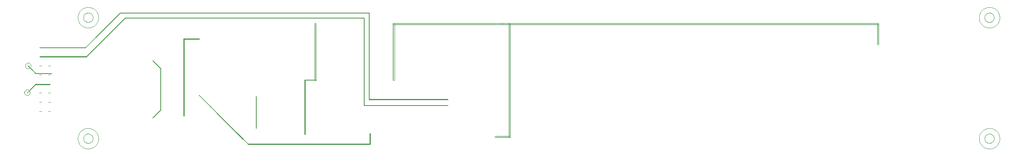
<source format=gbl>
*%FSLAX23Y23*%
*%MOIN*%
G01*
D19*
X7340Y7755D02*
X7525Y7570D01*
X7526Y7569D01*
X7526Y7569D01*
X7526Y7568D01*
X7525Y7567D01*
X7525Y7567D01*
X7524Y7566D01*
X7523Y7566D01*
X7523Y7566D01*
X7522Y7567D01*
X7337Y7752D01*
X7337Y7753D01*
X7336Y7753D01*
X7336Y7754D01*
X7337Y7755D01*
X7337Y7755D01*
X7338Y7756D01*
X7339Y7756D01*
X7340Y7756D01*
X7340Y7755D01*
X7339Y7754D02*
X7524Y7568D01*
X7525Y7570D02*
X7663Y7432D01*
X7663Y7432D01*
X7664Y7431D01*
X7664Y7430D01*
X7663Y7429D01*
X7663Y7429D01*
X7662Y7429D01*
X7661Y7428D01*
X7660Y7429D01*
X7660Y7429D01*
X7522Y7567D01*
X7522Y7568D01*
X7521Y7568D01*
X7521Y7569D01*
X7522Y7570D01*
X7522Y7570D01*
X7523Y7571D01*
X7524Y7571D01*
X7525Y7571D01*
X7525Y7570D01*
X7524Y7568D02*
X7661Y7431D01*
X6554Y8566D02*
X6254Y8267D01*
X6254Y8266D01*
X6254Y8266D01*
X6254Y8265D01*
X6254Y8264D01*
X6255Y8263D01*
X6255Y8263D01*
X6256Y8263D01*
X6257Y8263D01*
X6258Y8264D01*
X6557Y8563D01*
X6557Y8564D01*
X6557Y8564D01*
X6557Y8565D01*
X6557Y8566D01*
X6556Y8566D01*
X6556Y8567D01*
X6555Y8567D01*
X6554Y8567D01*
X6554Y8566D01*
X6555Y8565D02*
X6256Y8265D01*
X6262Y8188D02*
X6597Y8523D01*
X6598Y8523D01*
X6598Y8523D01*
X6599Y8523D01*
X6600Y8523D01*
X6600Y8523D01*
X6601Y8522D01*
X6601Y8521D01*
X6600Y8520D01*
X6600Y8520D01*
X6265Y8185D01*
X6265Y8185D01*
X6264Y8184D01*
X6263Y8184D01*
X6263Y8185D01*
X6262Y8185D01*
X6262Y8186D01*
X6262Y8187D01*
X6262Y8188D01*
X6262Y8188D01*
X6264Y8187D02*
X6598Y8521D01*
X7661Y7433D02*
X8697D01*
X8698Y7433D01*
X8698Y7432D01*
X8699Y7432D01*
X8699Y7431D01*
Y7430D01*
X8699Y7430D01*
X8698Y7429D01*
X8698Y7429D01*
X8697Y7428D01*
X7661D01*
X7661Y7429D01*
X7660Y7429D01*
X7660Y7430D01*
X7659Y7430D01*
Y7431D01*
X7660Y7432D01*
X7660Y7432D01*
X7661Y7433D01*
X7661Y7433D01*
Y7431D02*
X8697D01*
X8685Y7433D02*
X8717D01*
X8717Y7433D01*
X8718Y7432D01*
X8718Y7432D01*
X8719Y7431D01*
Y7430D01*
X8718Y7430D01*
X8718Y7429D01*
X8717Y7429D01*
X8717Y7428D01*
X8685D01*
X8684Y7429D01*
X8684Y7429D01*
X8683Y7430D01*
X8683Y7430D01*
Y7431D01*
X8683Y7432D01*
X8684Y7432D01*
X8684Y7433D01*
X8685Y7433D01*
Y7431D02*
X8717D01*
X8709Y7819D02*
X9390D01*
X9391Y7819D01*
X9391Y7818D01*
X9392Y7818D01*
X9392Y7817D01*
Y7816D01*
X9392Y7815D01*
X9391Y7815D01*
X9391Y7814D01*
X9390Y7814D01*
X8709D01*
X8708Y7814D01*
X8707Y7815D01*
X8707Y7815D01*
X8706Y7816D01*
Y7817D01*
X8707Y7818D01*
X8707Y7818D01*
X8708Y7819D01*
X8709Y7819D01*
Y7817D02*
X9390D01*
X9012Y7768D02*
X8709D01*
X8708Y7767D01*
X8707Y7767D01*
X8707Y7766D01*
X8706Y7766D01*
Y7765D01*
X8707Y7764D01*
X8707Y7764D01*
X8708Y7763D01*
X8709Y7763D01*
X9012D01*
X9013Y7763D01*
X9013Y7764D01*
X9014Y7764D01*
X9014Y7765D01*
Y7766D01*
X9014Y7766D01*
X9013Y7767D01*
X9013Y7767D01*
X9012Y7768D01*
Y7765D02*
X8709D01*
X9012Y7768D02*
X9390D01*
X9391Y7767D01*
X9391Y7767D01*
X9392Y7766D01*
X9392Y7766D01*
Y7765D01*
X9392Y7764D01*
X9391Y7764D01*
X9391Y7763D01*
X9390Y7763D01*
X9012D01*
X9011Y7763D01*
X9010Y7764D01*
X9010Y7764D01*
X9010Y7765D01*
Y7766D01*
X9010Y7766D01*
X9010Y7767D01*
X9011Y7767D01*
X9012Y7768D01*
Y7765D02*
X9390D01*
X8709Y7768D02*
X8665D01*
X8665Y7767D01*
X8664Y7767D01*
X8663Y7766D01*
X8663Y7766D01*
Y7765D01*
X8663Y7764D01*
X8664Y7764D01*
X8665Y7763D01*
X8665Y7763D01*
X8709D01*
X8709Y7763D01*
X8710Y7764D01*
X8711Y7764D01*
X8711Y7765D01*
Y7766D01*
X8711Y7766D01*
X8710Y7767D01*
X8709Y7767D01*
X8709Y7768D01*
Y7765D02*
X8665D01*
X5945Y7949D02*
X5823D01*
X5822Y7949D01*
X5821Y7948D01*
X5821Y7948D01*
X5821Y7947D01*
Y7946D01*
X5821Y7945D01*
X5821Y7945D01*
X5822Y7944D01*
X5823Y7944D01*
X5945D01*
X5946Y7944D01*
X5946Y7945D01*
X5947Y7945D01*
X5947Y7946D01*
Y7947D01*
X5947Y7948D01*
X5946Y7948D01*
X5946Y7949D01*
X5945Y7949D01*
Y7946D02*
X5823D01*
X5827Y8043D02*
X5961D01*
X5961Y8043D01*
X5962Y8043D01*
X5963Y8042D01*
X5963Y8041D01*
Y8041D01*
X5963Y8040D01*
X5962Y8039D01*
X5961Y8039D01*
X5961Y8039D01*
X5827D01*
X5826Y8039D01*
X5825Y8039D01*
X5825Y8040D01*
X5825Y8041D01*
Y8041D01*
X5825Y8042D01*
X5825Y8043D01*
X5826Y8043D01*
X5827Y8043D01*
Y8041D02*
X5961D01*
X8154Y7988D02*
X8244D01*
X8245Y7988D01*
X8246Y7988D01*
X8246Y7987D01*
X8246Y7986D01*
Y7985D01*
X8246Y7985D01*
X8246Y7984D01*
X8245Y7984D01*
X8244Y7984D01*
X8154D01*
X8153Y7984D01*
X8152Y7984D01*
X8152Y7985D01*
X8151Y7985D01*
Y7986D01*
X8152Y7987D01*
X8152Y7988D01*
X8153Y7988D01*
X8154Y7988D01*
Y7986D02*
X8244D01*
X6264Y8189D02*
X5866D01*
X5865Y8189D01*
X5865Y8188D01*
X5864Y8188D01*
X5864Y8187D01*
Y8186D01*
X5864Y8185D01*
X5865Y8185D01*
X5865Y8184D01*
X5866Y8184D01*
X6264D01*
X6265Y8184D01*
X6265Y8185D01*
X6266Y8185D01*
X6266Y8186D01*
Y8187D01*
X6266Y8188D01*
X6265Y8188D01*
X6265Y8189D01*
X6264Y8189D01*
Y8187D02*
X5866D01*
X7106Y8342D02*
X7240D01*
X7241Y8342D01*
X7242Y8342D01*
X7242Y8341D01*
X7242Y8341D01*
Y8340D01*
X7242Y8339D01*
X7242Y8338D01*
X7241Y8338D01*
X7240Y8338D01*
X7106D01*
X7106Y8338D01*
X7105Y8338D01*
X7104Y8339D01*
X7104Y8340D01*
Y8341D01*
X7104Y8341D01*
X7105Y8342D01*
X7106Y8342D01*
X7106Y8342D01*
Y8340D02*
X7240D01*
X6256Y8268D02*
X5866D01*
X5865Y8267D01*
X5865Y8267D01*
X5864Y8266D01*
X5864Y8266D01*
Y8265D01*
X5864Y8264D01*
X5865Y8264D01*
X5865Y8263D01*
X5866Y8263D01*
X6256D01*
X6257Y8263D01*
X6257Y8264D01*
X6258Y8264D01*
X6258Y8265D01*
Y8266D01*
X6258Y8266D01*
X6257Y8267D01*
X6257Y8267D01*
X6256Y8268D01*
Y8265D02*
X5866D01*
X6555Y8567D02*
X8658D01*
X8658Y8567D01*
X8659Y8566D01*
X8659Y8566D01*
X8660Y8565D01*
Y8564D01*
X8659Y8563D01*
X8659Y8563D01*
X8658Y8562D01*
X8658Y8562D01*
X6555D01*
X6554Y8562D01*
X6554Y8563D01*
X6553Y8563D01*
X6553Y8564D01*
Y8565D01*
X6553Y8566D01*
X6554Y8566D01*
X6554Y8567D01*
X6555Y8567D01*
Y8565D02*
X8658D01*
X8618Y8567D02*
X8709D01*
X8709Y8567D01*
X8710Y8566D01*
X8711Y8566D01*
X8711Y8565D01*
Y8564D01*
X8711Y8563D01*
X8710Y8563D01*
X8709Y8562D01*
X8709Y8562D01*
X8618D01*
X8617Y8562D01*
X8617Y8563D01*
X8616Y8563D01*
X8616Y8564D01*
Y8565D01*
X8616Y8566D01*
X8617Y8566D01*
X8617Y8567D01*
X8618Y8567D01*
Y8565D02*
X8709D01*
X8665Y8523D02*
X6598D01*
X6598Y8523D01*
X6597Y8523D01*
X6597Y8522D01*
X6596Y8522D01*
Y8521D01*
X6597Y8520D01*
X6597Y8520D01*
X6598Y8519D01*
X6598Y8519D01*
X8665D01*
X8666Y8519D01*
X8667Y8520D01*
X8667Y8520D01*
X8668Y8521D01*
Y8522D01*
X8667Y8522D01*
X8667Y8523D01*
X8666Y8523D01*
X8665Y8523D01*
Y8521D02*
X6598D01*
X5821Y8050D02*
X5761Y8109D01*
X5761Y8110D01*
X5760Y8110D01*
X5759Y8110D01*
X5759Y8110D01*
X5758Y8109D01*
X5758Y8108D01*
X5758Y8108D01*
X5758Y8107D01*
X5758Y8106D01*
X5817Y8047D01*
X5818Y8047D01*
X5819Y8047D01*
X5820Y8047D01*
X5820Y8047D01*
X5821Y8048D01*
X5821Y8048D01*
X5821Y8049D01*
X5821Y8050D01*
X5821Y8050D01*
X5819Y8049D02*
X5760Y8108D01*
X5821Y8050D02*
X5828Y8042D01*
X5829Y8042D01*
X5829Y8041D01*
X5829Y8040D01*
X5829Y8040D01*
X5828Y8039D01*
X5827Y8039D01*
X5827Y8039D01*
X5826Y8039D01*
X5825Y8039D01*
X5817Y8047D01*
X5817Y8048D01*
X5817Y8049D01*
X5817Y8049D01*
X5817Y8050D01*
X5818Y8051D01*
X5818Y8051D01*
X5819Y8051D01*
X5820Y8051D01*
X5821Y8050D01*
X5819Y8049D02*
X5827Y8041D01*
X5821Y7948D02*
X5750Y7877D01*
X5750Y7877D01*
X5750Y7876D01*
X5750Y7875D01*
X5750Y7874D01*
X5751Y7874D01*
X5751Y7873D01*
X5752Y7873D01*
X5753Y7874D01*
X5754Y7874D01*
X5824Y7945D01*
X5825Y7945D01*
X5825Y7946D01*
X5825Y7947D01*
X5825Y7948D01*
X5824Y7948D01*
X5823Y7949D01*
X5823Y7949D01*
X5822Y7948D01*
X5821Y7948D01*
X5823Y7946D02*
X5752Y7876D01*
X6903Y7765D02*
Y8084D01*
X6903Y8085D01*
X6904Y8086D01*
X6904Y8086D01*
X6905Y8086D01*
X6906D01*
X6907Y8086D01*
X6907Y8086D01*
X6908Y8085D01*
X6908Y8084D01*
Y7765D01*
X6908Y7765D01*
X6907Y7764D01*
X6907Y7763D01*
X6906Y7763D01*
X6905D01*
X6904Y7763D01*
X6904Y7764D01*
X6903Y7765D01*
X6903Y7765D01*
X6906D02*
Y8084D01*
X6903Y7789D02*
Y7726D01*
X6903Y7725D01*
X6904Y7725D01*
X6904Y7724D01*
X6905Y7724D01*
X6906D01*
X6907Y7724D01*
X6907Y7725D01*
X6908Y7725D01*
X6908Y7726D01*
Y7789D01*
X6908Y7790D01*
X6907Y7790D01*
X6907Y7791D01*
X6906Y7791D01*
X6905D01*
X6904Y7791D01*
X6904Y7790D01*
X6903Y7790D01*
X6903Y7789D01*
X6906D02*
Y7726D01*
X6907Y8086D02*
X6840Y8153D01*
X6840Y8153D01*
X6839Y8153D01*
X6838Y8153D01*
X6837Y8153D01*
X6837Y8152D01*
X6836Y8152D01*
X6836Y8151D01*
X6837Y8150D01*
X6837Y8150D01*
X6904Y8083D01*
X6905Y8082D01*
X6905Y8082D01*
X6906Y8082D01*
X6907Y8082D01*
X6907Y8083D01*
X6908Y8084D01*
X6908Y8084D01*
X6908Y8085D01*
X6907Y8086D01*
X6906Y8084D02*
X6839Y8151D01*
X6904Y7728D02*
X6837Y7661D01*
X6837Y7660D01*
X6836Y7659D01*
X6836Y7658D01*
X6837Y7658D01*
X6837Y7657D01*
X6838Y7657D01*
X6839Y7657D01*
X6840Y7657D01*
X6840Y7657D01*
X6907Y7724D01*
X6908Y7725D01*
X6908Y7726D01*
X6908Y7727D01*
X6907Y7727D01*
X6907Y7728D01*
X6906Y7728D01*
X6905Y7728D01*
X6905Y7728D01*
X6904Y7728D01*
X6906Y7726D02*
X6839Y7659D01*
X7104Y7675D02*
Y7848D01*
X7104Y7849D01*
X7105Y7849D01*
X7105Y7850D01*
X7106Y7850D01*
X7107D01*
X7107Y7850D01*
X7108Y7849D01*
X7108Y7849D01*
X7109Y7848D01*
Y7675D01*
X7108Y7674D01*
X7108Y7673D01*
X7107Y7673D01*
X7107Y7673D01*
X7106D01*
X7105Y7673D01*
X7105Y7673D01*
X7104Y7674D01*
X7104Y7675D01*
X7106D02*
Y7848D01*
X7104D02*
Y8340D01*
X7104Y8341D01*
X7105Y8342D01*
X7105Y8342D01*
X7106Y8342D01*
X7107D01*
X7107Y8342D01*
X7108Y8342D01*
X7108Y8341D01*
X7109Y8340D01*
Y7848D01*
X7108Y7847D01*
X7108Y7847D01*
X7107Y7846D01*
X7107Y7846D01*
X7106D01*
X7105Y7846D01*
X7105Y7847D01*
X7104Y7847D01*
X7104Y7848D01*
X7106D02*
Y8340D01*
X7242Y7854D02*
X7340Y7755D01*
X7341Y7754D01*
X7341Y7754D01*
X7341Y7753D01*
X7340Y7752D01*
X7340Y7752D01*
X7339Y7751D01*
X7338Y7751D01*
X7338Y7751D01*
X7337Y7752D01*
X7239Y7850D01*
X7238Y7851D01*
X7238Y7852D01*
X7238Y7853D01*
X7238Y7853D01*
X7239Y7854D01*
X7240Y7854D01*
X7240Y7854D01*
X7241Y7854D01*
X7242Y7854D01*
X7240Y7852D02*
X7339Y7754D01*
X7730Y7840D02*
Y7568D01*
X7730Y7568D01*
X7731Y7567D01*
X7731Y7567D01*
X7732Y7566D01*
X7733D01*
X7733Y7567D01*
X7734Y7567D01*
X7734Y7568D01*
X7735Y7568D01*
Y7840D01*
X7734Y7841D01*
X7734Y7842D01*
X7733Y7842D01*
X7733Y7842D01*
X7732D01*
X7731Y7842D01*
X7731Y7842D01*
X7730Y7841D01*
X7730Y7840D01*
X7732D02*
Y7568D01*
X8151Y7517D02*
Y7706D01*
X8151Y7707D01*
X8152Y7708D01*
X8152Y7708D01*
X8153Y7708D01*
X8154D01*
X8155Y7708D01*
X8155Y7708D01*
X8156Y7707D01*
X8156Y7706D01*
Y7517D01*
X8156Y7517D01*
X8155Y7516D01*
X8155Y7515D01*
X8154Y7515D01*
X8153D01*
X8152Y7515D01*
X8152Y7516D01*
X8151Y7517D01*
X8151Y7517D01*
X8154D02*
Y7706D01*
X8151D02*
Y7986D01*
X8151Y7987D01*
X8152Y7987D01*
X8152Y7988D01*
X8153Y7988D01*
X8154D01*
X8155Y7988D01*
X8155Y7987D01*
X8156Y7987D01*
X8156Y7986D01*
Y7706D01*
X8156Y7706D01*
X8155Y7705D01*
X8155Y7704D01*
X8154Y7704D01*
X8153D01*
X8152Y7704D01*
X8152Y7705D01*
X8151Y7706D01*
X8151Y7706D01*
X8154D02*
Y7986D01*
X8706Y7817D02*
Y8565D01*
X8707Y8565D01*
X8707Y8566D01*
X8708Y8566D01*
X8708Y8567D01*
X8709D01*
X8710Y8566D01*
X8710Y8566D01*
X8711Y8565D01*
X8711Y8565D01*
Y7817D01*
X8711Y7816D01*
X8710Y7815D01*
X8710Y7815D01*
X8709Y7814D01*
X8708D01*
X8708Y7815D01*
X8707Y7815D01*
X8707Y7816D01*
X8706Y7817D01*
X8709D02*
Y8565D01*
X8663Y8521D02*
Y7765D01*
X8663Y7765D01*
X8664Y7764D01*
X8664Y7763D01*
X8665Y7763D01*
X8666D01*
X8666Y7763D01*
X8667Y7764D01*
X8667Y7765D01*
X8668Y7765D01*
Y8521D01*
X8667Y8522D01*
X8667Y8523D01*
X8666Y8523D01*
X8666Y8523D01*
X8665D01*
X8664Y8523D01*
X8664Y8523D01*
X8663Y8522D01*
X8663Y8521D01*
X8665D02*
Y7765D01*
X8714Y7521D02*
Y7431D01*
X8714Y7430D01*
X8715Y7429D01*
X8715Y7429D01*
X8716Y7428D01*
X8717D01*
X8718Y7429D01*
X8718Y7429D01*
X8719Y7430D01*
X8719Y7431D01*
Y7521D01*
X8719Y7522D01*
X8718Y7523D01*
X8718Y7523D01*
X8717Y7523D01*
X8716D01*
X8715Y7523D01*
X8715Y7523D01*
X8714Y7522D01*
X8714Y7521D01*
X8717D02*
Y7431D01*
D26*
X9803Y7501D02*
X9925D01*
X9928Y7500D01*
X9930Y7499D01*
X9932Y7497D01*
X9932Y7495D01*
Y7492D01*
X9932Y7490D01*
X9930Y7488D01*
X9928Y7487D01*
X9925Y7486D01*
X9803D01*
X9801Y7487D01*
X9799Y7488D01*
X9797Y7490D01*
X9796Y7492D01*
Y7495D01*
X9797Y7497D01*
X9799Y7499D01*
X9801Y7500D01*
X9803Y7501D01*
Y7494D02*
X9925D01*
Y8477D02*
X8921D01*
X8919Y8477D01*
X8917Y8476D01*
X8915Y8474D01*
X8914Y8471D01*
Y8469D01*
X8915Y8466D01*
X8917Y8464D01*
X8919Y8463D01*
X8921Y8463D01*
X9925D01*
X9928Y8463D01*
X9930Y8464D01*
X9932Y8466D01*
X9932Y8469D01*
Y8471D01*
X9932Y8474D01*
X9930Y8476D01*
X9928Y8477D01*
X9925Y8477D01*
Y8470D02*
X8921D01*
X9870Y8477D02*
X13110D01*
X13113Y8477D01*
X13115Y8476D01*
X13117Y8474D01*
X13117Y8471D01*
Y8469D01*
X13117Y8466D01*
X13115Y8464D01*
X13113Y8463D01*
X13110Y8463D01*
X9870D01*
X9868Y8463D01*
X9865Y8464D01*
X9864Y8466D01*
X9863Y8469D01*
Y8471D01*
X9864Y8474D01*
X9865Y8476D01*
X9868Y8477D01*
X9870Y8477D01*
Y8470D02*
X13110D01*
X8237D02*
Y7986D01*
X8237Y7983D01*
X8239Y7981D01*
X8240Y7980D01*
X8243Y7979D01*
X8245D01*
X8248Y7980D01*
X8250Y7981D01*
X8251Y7983D01*
X8251Y7986D01*
Y8470D01*
X8251Y8473D01*
X8250Y8475D01*
X8248Y8476D01*
X8245Y8477D01*
X8243D01*
X8240Y8476D01*
X8239Y8475D01*
X8237Y8473D01*
X8237Y8470D01*
X8244D02*
Y7986D01*
X8914D02*
Y8470D01*
X8914Y8473D01*
X8916Y8475D01*
X8918Y8476D01*
X8920Y8477D01*
X8923D01*
X8925Y8476D01*
X8927Y8475D01*
X8928Y8473D01*
X8929Y8470D01*
Y7986D01*
X8928Y7983D01*
X8927Y7981D01*
X8925Y7980D01*
X8923Y7979D01*
X8920D01*
X8918Y7980D01*
X8916Y7981D01*
X8914Y7983D01*
X8914Y7986D01*
X8921D02*
Y8470D01*
X9918D02*
Y7494D01*
X9918Y7491D01*
X9920Y7489D01*
X9922Y7487D01*
X9924Y7487D01*
X9926D01*
X9929Y7487D01*
X9931Y7489D01*
X9932Y7491D01*
X9932Y7494D01*
Y8470D01*
X9932Y8473D01*
X9931Y8475D01*
X9929Y8476D01*
X9926Y8477D01*
X9924D01*
X9922Y8476D01*
X9920Y8475D01*
X9918Y8473D01*
X9918Y8470D01*
X9925D02*
Y7494D01*
X13103Y8297D02*
Y8470D01*
X13103Y8473D01*
X13105Y8475D01*
X13107Y8476D01*
X13109Y8477D01*
X13112D01*
X13114Y8476D01*
X13116Y8475D01*
X13117Y8473D01*
X13118Y8470D01*
Y8297D01*
X13117Y8294D01*
X13116Y8292D01*
X13114Y8291D01*
X13112Y8290D01*
X13109D01*
X13107Y8291D01*
X13105Y8292D01*
X13103Y8294D01*
X13103Y8297D01*
X13110D02*
Y8470D01*
D40*
X9390Y7817D02*
D03*
Y7765D02*
D03*
X8921Y7986D02*
D03*
Y8470D02*
D03*
X8709Y7817D02*
D03*
Y7765D02*
D03*
X8717Y7521D02*
D03*
X8244Y7986D02*
D03*
Y8470D02*
D03*
X8154Y7517D02*
D03*
X7661Y7431D02*
D03*
X7732Y7568D02*
D03*
X7106Y7675D02*
D03*
D53*
X13986Y8525D02*
X13987D01*
X13986D02*
X13986Y8515D01*
X13988Y8505D01*
X13991Y8495D01*
X13995Y8485D01*
X14000Y8476D01*
X14007Y8468D01*
X14014Y8460D01*
X14022Y8454D01*
X14030Y8448D01*
X14040Y8443D01*
X14049Y8440D01*
X14059Y8438D01*
X14070Y8436D01*
X14080D01*
X14090Y8438D01*
X14100Y8440D01*
X14110Y8443D01*
X14119Y8448D01*
X14128Y8454D01*
X14136Y8460D01*
X14143Y8468D01*
X14149Y8476D01*
X14154Y8485D01*
X14158Y8495D01*
X14161Y8505D01*
X14163Y8515D01*
X14164Y8525D01*
X14165D01*
X14164D02*
X14163Y8535D01*
X14161Y8546D01*
X14158Y8556D01*
X14154Y8565D01*
X14149Y8574D01*
X14143Y8582D01*
X14136Y8590D01*
X14128Y8597D01*
X14119Y8602D01*
X14110Y8607D01*
X14100Y8610D01*
X14090Y8613D01*
X14080Y8614D01*
X14070D01*
X14059Y8613D01*
X14049Y8610D01*
X14040Y8607D01*
X14030Y8602D01*
X14022Y8597D01*
X14014Y8590D01*
X14007Y8582D01*
X14000Y8574D01*
X13995Y8565D01*
X13991Y8556D01*
X13988Y8546D01*
X13986Y8535D01*
X13986Y8525D01*
X14034D02*
X14035D01*
X14034D02*
X14035Y8517D01*
X14037Y8508D01*
X14042Y8501D01*
X14047Y8495D01*
X14054Y8490D01*
X14062Y8486D01*
X14071Y8484D01*
X14079D01*
X14087Y8486D01*
X14095Y8490D01*
X14102Y8495D01*
X14108Y8501D01*
X14112Y8508D01*
X14115Y8517D01*
X14116Y8525D01*
X14117D01*
X14116D02*
X14115Y8534D01*
X14112Y8542D01*
X14108Y8549D01*
X14102Y8556D01*
X14095Y8561D01*
X14087Y8564D01*
X14079Y8566D01*
X14071D01*
X14062Y8564D01*
X14054Y8561D01*
X14047Y8556D01*
X14042Y8549D01*
X14037Y8542D01*
X14035Y8534D01*
X14034Y8525D01*
X14075D02*
D03*
X13986Y7478D02*
X13987D01*
X13986D02*
X13986Y7468D01*
X13988Y7457D01*
X13991Y7447D01*
X13995Y7438D01*
X14000Y7429D01*
X14007Y7421D01*
X14014Y7413D01*
X14022Y7407D01*
X14030Y7401D01*
X14040Y7396D01*
X14049Y7393D01*
X14059Y7390D01*
X14070Y7389D01*
X14080D01*
X14090Y7390D01*
X14100Y7393D01*
X14110Y7396D01*
X14119Y7401D01*
X14128Y7407D01*
X14136Y7413D01*
X14143Y7421D01*
X14149Y7429D01*
X14154Y7438D01*
X14158Y7447D01*
X14161Y7457D01*
X14163Y7468D01*
X14164Y7478D01*
X14165D01*
X14164D02*
X14163Y7488D01*
X14161Y7498D01*
X14158Y7508D01*
X14154Y7518D01*
X14149Y7527D01*
X14143Y7535D01*
X14136Y7543D01*
X14128Y7549D01*
X14119Y7555D01*
X14110Y7560D01*
X14100Y7563D01*
X14090Y7566D01*
X14080Y7567D01*
X14070D01*
X14059Y7566D01*
X14049Y7563D01*
X14040Y7560D01*
X14030Y7555D01*
X14022Y7549D01*
X14014Y7543D01*
X14007Y7535D01*
X14000Y7527D01*
X13995Y7518D01*
X13991Y7508D01*
X13988Y7498D01*
X13986Y7488D01*
X13986Y7478D01*
X14034D02*
X14035D01*
X14034D02*
X14035Y7469D01*
X14037Y7461D01*
X14042Y7454D01*
X14047Y7447D01*
X14054Y7442D01*
X14062Y7439D01*
X14071Y7437D01*
X14079D01*
X14087Y7439D01*
X14095Y7442D01*
X14102Y7447D01*
X14108Y7454D01*
X14112Y7461D01*
X14115Y7469D01*
X14116Y7478D01*
X14117D01*
X14116D02*
X14115Y7486D01*
X14112Y7495D01*
X14108Y7502D01*
X14102Y7508D01*
X14095Y7513D01*
X14087Y7517D01*
X14079Y7519D01*
X14071D01*
X14062Y7517D01*
X14054Y7513D01*
X14047Y7508D01*
X14042Y7502D01*
X14037Y7495D01*
X14035Y7486D01*
X14034Y7478D01*
X14075D02*
D03*
X6191Y8525D02*
X6192D01*
X6191D02*
X6191Y8515D01*
X6193Y8505D01*
X6196Y8495D01*
X6200Y8485D01*
X6205Y8476D01*
X6211Y8468D01*
X6218Y8460D01*
X6226Y8454D01*
X6235Y8448D01*
X6244Y8443D01*
X6254Y8440D01*
X6264Y8438D01*
X6274Y8436D01*
X6285D01*
X6295Y8438D01*
X6305Y8440D01*
X6315Y8443D01*
X6324Y8448D01*
X6333Y8454D01*
X6341Y8460D01*
X6348Y8468D01*
X6354Y8476D01*
X6359Y8485D01*
X6363Y8495D01*
X6366Y8505D01*
X6368Y8515D01*
X6369Y8525D01*
X6370D01*
X6369D02*
X6368Y8535D01*
X6366Y8546D01*
X6363Y8556D01*
X6359Y8565D01*
X6354Y8574D01*
X6348Y8582D01*
X6341Y8590D01*
X6333Y8597D01*
X6324Y8602D01*
X6315Y8607D01*
X6305Y8610D01*
X6295Y8613D01*
X6285Y8614D01*
X6274D01*
X6264Y8613D01*
X6254Y8610D01*
X6244Y8607D01*
X6235Y8602D01*
X6226Y8597D01*
X6218Y8590D01*
X6211Y8582D01*
X6205Y8574D01*
X6200Y8565D01*
X6196Y8556D01*
X6193Y8546D01*
X6191Y8535D01*
X6191Y8525D01*
X6239D02*
X6240D01*
X6239D02*
X6239Y8517D01*
X6242Y8508D01*
X6246Y8501D01*
X6252Y8495D01*
X6259Y8490D01*
X6267Y8486D01*
X6275Y8484D01*
X6284D01*
X6292Y8486D01*
X6300Y8490D01*
X6307Y8495D01*
X6313Y8501D01*
X6317Y8508D01*
X6320Y8517D01*
X6321Y8525D01*
X6322D01*
X6321D02*
X6320Y8534D01*
X6317Y8542D01*
X6313Y8549D01*
X6307Y8556D01*
X6300Y8561D01*
X6292Y8564D01*
X6284Y8566D01*
X6275D01*
X6267Y8564D01*
X6259Y8561D01*
X6252Y8556D01*
X6246Y8549D01*
X6242Y8542D01*
X6239Y8534D01*
X6239Y8525D01*
X6280D02*
D03*
X5728Y7876D02*
X5729D01*
X5728D02*
X5729Y7867D01*
X5733Y7860D01*
X5740Y7855D01*
X5748Y7852D01*
X5756D01*
X5764Y7855D01*
X5771Y7860D01*
X5775Y7867D01*
X5776Y7876D01*
X5777D01*
X5776D02*
X5775Y7884D01*
X5771Y7891D01*
X5764Y7897D01*
X5756Y7899D01*
X5748D01*
X5740Y7897D01*
X5733Y7891D01*
X5729Y7884D01*
X5728Y7876D01*
X5752D02*
D03*
X5736Y8108D02*
X5737D01*
X5736D02*
X5737Y8100D01*
X5741Y8092D01*
X5748Y8087D01*
X5756Y8084D01*
X5764D01*
X5772Y8087D01*
X5778Y8092D01*
X5783Y8100D01*
X5784Y8108D01*
X5785D01*
X5784D02*
X5783Y8116D01*
X5778Y8123D01*
X5772Y8129D01*
X5764Y8132D01*
X5756D01*
X5748Y8129D01*
X5741Y8123D01*
X5737Y8116D01*
X5736Y8108D01*
X5760D02*
D03*
X6191Y7478D02*
X6192D01*
X6191D02*
X6191Y7468D01*
X6193Y7457D01*
X6196Y7447D01*
X6200Y7438D01*
X6205Y7429D01*
X6211Y7421D01*
X6218Y7413D01*
X6226Y7407D01*
X6235Y7401D01*
X6244Y7396D01*
X6254Y7393D01*
X6264Y7390D01*
X6274Y7389D01*
X6285D01*
X6295Y7390D01*
X6305Y7393D01*
X6315Y7396D01*
X6324Y7401D01*
X6333Y7407D01*
X6341Y7413D01*
X6348Y7421D01*
X6354Y7429D01*
X6359Y7438D01*
X6363Y7447D01*
X6366Y7457D01*
X6368Y7468D01*
X6369Y7478D01*
X6370D01*
X6369D02*
X6368Y7488D01*
X6366Y7498D01*
X6363Y7508D01*
X6359Y7518D01*
X6354Y7527D01*
X6348Y7535D01*
X6341Y7543D01*
X6333Y7549D01*
X6324Y7555D01*
X6315Y7560D01*
X6305Y7563D01*
X6295Y7566D01*
X6285Y7567D01*
X6274D01*
X6264Y7566D01*
X6254Y7563D01*
X6244Y7560D01*
X6235Y7555D01*
X6226Y7549D01*
X6218Y7543D01*
X6211Y7535D01*
X6205Y7527D01*
X6200Y7518D01*
X6196Y7508D01*
X6193Y7498D01*
X6191Y7488D01*
X6191Y7478D01*
X6239D02*
X6240D01*
X6239D02*
X6239Y7469D01*
X6242Y7461D01*
X6246Y7454D01*
X6252Y7447D01*
X6259Y7442D01*
X6267Y7439D01*
X6275Y7437D01*
X6284D01*
X6292Y7439D01*
X6300Y7442D01*
X6307Y7447D01*
X6313Y7454D01*
X6317Y7461D01*
X6320Y7469D01*
X6321Y7478D01*
X6322D01*
X6321D02*
X6320Y7486D01*
X6317Y7495D01*
X6313Y7502D01*
X6307Y7508D01*
X6300Y7513D01*
X6292Y7517D01*
X6284Y7519D01*
X6275D01*
X6267Y7517D01*
X6259Y7513D01*
X6252Y7508D01*
X6246Y7502D01*
X6242Y7495D01*
X6239Y7486D01*
X6239Y7478D01*
X6280D02*
D03*
D61*
X13111Y8301D02*
D03*
X13211D02*
D03*
X13111Y8065D02*
D03*
X13211D02*
D03*
X13111Y7828D02*
D03*
X13211D02*
D03*
X12037Y7927D02*
D03*
X12137D02*
D03*
D68*
X12562Y7797D02*
D03*
Y7497D02*
D03*
X12162Y7797D02*
D03*
Y7497D02*
D03*
X10200Y7797D02*
D03*
Y7497D02*
D03*
X9800Y7797D02*
D03*
Y7497D02*
D03*
X11381Y7797D02*
D03*
Y7497D02*
D03*
X10981Y7797D02*
D03*
Y7497D02*
D03*
X7239Y8644D02*
D03*
Y8344D02*
D03*
X6839Y8644D02*
D03*
Y8344D02*
D03*
Y7359D02*
D03*
Y7659D02*
D03*
X7239Y7359D02*
D03*
Y7659D02*
D03*
Y8152D02*
D03*
Y7852D02*
D03*
X6839Y8152D02*
D03*
Y7852D02*
D03*
X7732Y8152D02*
D03*
Y7852D02*
D03*
X7332Y8152D02*
D03*
Y7852D02*
D03*
X6347D02*
D03*
Y8152D02*
D03*
X6747Y7852D02*
D03*
Y8152D02*
D03*
D128*
X5955Y7714D02*
X5935D01*
X5876Y8187D02*
X5856D01*
X5935D02*
X5955D01*
X5876Y8108D02*
X5856D01*
X5935D02*
X5955D01*
X5876Y8029D02*
X5856D01*
X5935D02*
X5955D01*
X5876Y7951D02*
X5856D01*
X5935D02*
X5955D01*
X5876Y7872D02*
X5856D01*
X5935D02*
X5955D01*
X5876Y7793D02*
X5856D01*
X5935D02*
X5955D01*
X5876Y7714D02*
X5856D01*
X5935Y8266D02*
X5955D01*
X5876D02*
X5856D01*
D02*
M02*

</source>
